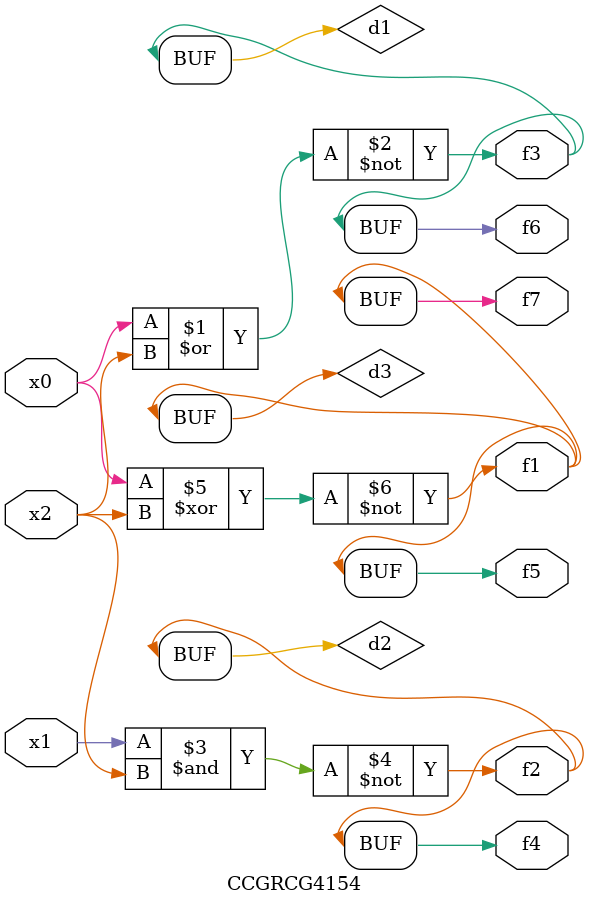
<source format=v>
module CCGRCG4154(
	input x0, x1, x2,
	output f1, f2, f3, f4, f5, f6, f7
);

	wire d1, d2, d3;

	nor (d1, x0, x2);
	nand (d2, x1, x2);
	xnor (d3, x0, x2);
	assign f1 = d3;
	assign f2 = d2;
	assign f3 = d1;
	assign f4 = d2;
	assign f5 = d3;
	assign f6 = d1;
	assign f7 = d3;
endmodule

</source>
